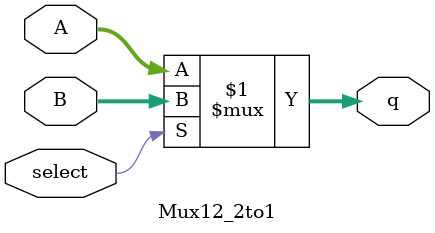
<source format=sv>
module Mux12_2to1(input[11:0] A, B, input select, output[11:0] q);
  
  assign q = select?B:A;
  
endmodule


</source>
